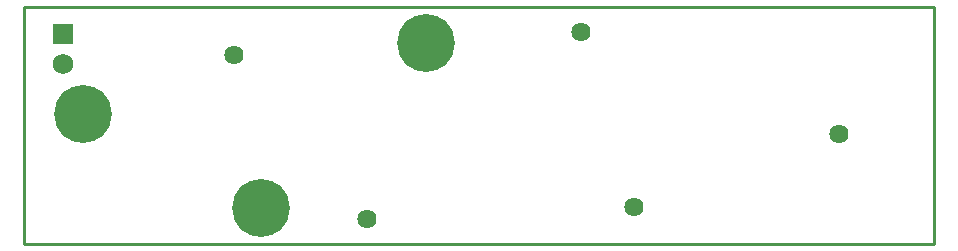
<source format=gbs>
G04*
G04 #@! TF.GenerationSoftware,Altium Limited,Altium Designer,21.8.1 (53)*
G04*
G04 Layer_Color=16711935*
%FSLAX44Y44*%
%MOMM*%
G71*
G04*
G04 #@! TF.SameCoordinates,FBE6A57E-38F0-4EBD-B617-FC09060C68E2*
G04*
G04*
G04 #@! TF.FilePolarity,Negative*
G04*
G01*
G75*
%ADD15C,0.2540*%
%ADD40C,4.9016*%
%ADD41C,1.6256*%
%ADD42R,1.7516X1.7516*%
%ADD43C,1.7516*%
D15*
X0Y0D02*
X770000D01*
X0Y200000D02*
X770000D01*
Y0D02*
Y200000D01*
X0Y0D02*
Y200000D01*
D40*
X200000Y30000D02*
D03*
X50000Y110000D02*
D03*
X340000Y170000D02*
D03*
D41*
X690000Y92500D02*
D03*
X177754Y160000D02*
D03*
X290254Y21000D02*
D03*
X516254Y31000D02*
D03*
X471000Y179000D02*
D03*
D42*
X32500Y177700D02*
D03*
D43*
Y152300D02*
D03*
M02*

</source>
